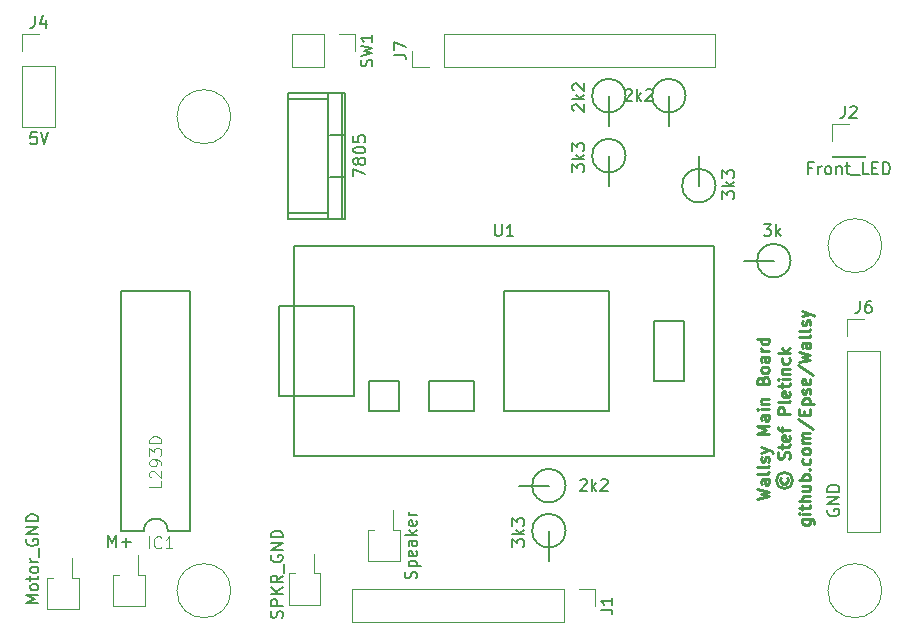
<source format=gbr>
G04 #@! TF.FileFunction,Legend,Top*
%FSLAX46Y46*%
G04 Gerber Fmt 4.6, Leading zero omitted, Abs format (unit mm)*
G04 Created by KiCad (PCBNEW 4.0.6) date Wed Sep 27 08:45:41 2017*
%MOMM*%
%LPD*%
G01*
G04 APERTURE LIST*
%ADD10C,0.100000*%
%ADD11C,0.250000*%
%ADD12C,0.152400*%
%ADD13C,0.120000*%
%ADD14C,0.150000*%
%ADD15C,0.050000*%
G04 APERTURE END LIST*
D10*
D11*
X148451381Y-139548334D02*
X149451381Y-139310239D01*
X148737095Y-139119762D01*
X149451381Y-138929286D01*
X148451381Y-138691191D01*
X149451381Y-137881667D02*
X148927571Y-137881667D01*
X148832333Y-137929286D01*
X148784714Y-138024524D01*
X148784714Y-138215001D01*
X148832333Y-138310239D01*
X149403762Y-137881667D02*
X149451381Y-137976905D01*
X149451381Y-138215001D01*
X149403762Y-138310239D01*
X149308524Y-138357858D01*
X149213286Y-138357858D01*
X149118048Y-138310239D01*
X149070429Y-138215001D01*
X149070429Y-137976905D01*
X149022810Y-137881667D01*
X149451381Y-137262620D02*
X149403762Y-137357858D01*
X149308524Y-137405477D01*
X148451381Y-137405477D01*
X149451381Y-136738810D02*
X149403762Y-136834048D01*
X149308524Y-136881667D01*
X148451381Y-136881667D01*
X149403762Y-136405476D02*
X149451381Y-136310238D01*
X149451381Y-136119762D01*
X149403762Y-136024523D01*
X149308524Y-135976904D01*
X149260905Y-135976904D01*
X149165667Y-136024523D01*
X149118048Y-136119762D01*
X149118048Y-136262619D01*
X149070429Y-136357857D01*
X148975190Y-136405476D01*
X148927571Y-136405476D01*
X148832333Y-136357857D01*
X148784714Y-136262619D01*
X148784714Y-136119762D01*
X148832333Y-136024523D01*
X148784714Y-135643571D02*
X149451381Y-135405476D01*
X148784714Y-135167380D02*
X149451381Y-135405476D01*
X149689476Y-135500714D01*
X149737095Y-135548333D01*
X149784714Y-135643571D01*
X149451381Y-134024523D02*
X148451381Y-134024523D01*
X149165667Y-133691189D01*
X148451381Y-133357856D01*
X149451381Y-133357856D01*
X149451381Y-132453094D02*
X148927571Y-132453094D01*
X148832333Y-132500713D01*
X148784714Y-132595951D01*
X148784714Y-132786428D01*
X148832333Y-132881666D01*
X149403762Y-132453094D02*
X149451381Y-132548332D01*
X149451381Y-132786428D01*
X149403762Y-132881666D01*
X149308524Y-132929285D01*
X149213286Y-132929285D01*
X149118048Y-132881666D01*
X149070429Y-132786428D01*
X149070429Y-132548332D01*
X149022810Y-132453094D01*
X149451381Y-131976904D02*
X148784714Y-131976904D01*
X148451381Y-131976904D02*
X148499000Y-132024523D01*
X148546619Y-131976904D01*
X148499000Y-131929285D01*
X148451381Y-131976904D01*
X148546619Y-131976904D01*
X148784714Y-131500714D02*
X149451381Y-131500714D01*
X148879952Y-131500714D02*
X148832333Y-131453095D01*
X148784714Y-131357857D01*
X148784714Y-131214999D01*
X148832333Y-131119761D01*
X148927571Y-131072142D01*
X149451381Y-131072142D01*
X148927571Y-129500713D02*
X148975190Y-129357856D01*
X149022810Y-129310237D01*
X149118048Y-129262618D01*
X149260905Y-129262618D01*
X149356143Y-129310237D01*
X149403762Y-129357856D01*
X149451381Y-129453094D01*
X149451381Y-129834047D01*
X148451381Y-129834047D01*
X148451381Y-129500713D01*
X148499000Y-129405475D01*
X148546619Y-129357856D01*
X148641857Y-129310237D01*
X148737095Y-129310237D01*
X148832333Y-129357856D01*
X148879952Y-129405475D01*
X148927571Y-129500713D01*
X148927571Y-129834047D01*
X149451381Y-128691190D02*
X149403762Y-128786428D01*
X149356143Y-128834047D01*
X149260905Y-128881666D01*
X148975190Y-128881666D01*
X148879952Y-128834047D01*
X148832333Y-128786428D01*
X148784714Y-128691190D01*
X148784714Y-128548332D01*
X148832333Y-128453094D01*
X148879952Y-128405475D01*
X148975190Y-128357856D01*
X149260905Y-128357856D01*
X149356143Y-128405475D01*
X149403762Y-128453094D01*
X149451381Y-128548332D01*
X149451381Y-128691190D01*
X149451381Y-127500713D02*
X148927571Y-127500713D01*
X148832333Y-127548332D01*
X148784714Y-127643570D01*
X148784714Y-127834047D01*
X148832333Y-127929285D01*
X149403762Y-127500713D02*
X149451381Y-127595951D01*
X149451381Y-127834047D01*
X149403762Y-127929285D01*
X149308524Y-127976904D01*
X149213286Y-127976904D01*
X149118048Y-127929285D01*
X149070429Y-127834047D01*
X149070429Y-127595951D01*
X149022810Y-127500713D01*
X149451381Y-127024523D02*
X148784714Y-127024523D01*
X148975190Y-127024523D02*
X148879952Y-126976904D01*
X148832333Y-126929285D01*
X148784714Y-126834047D01*
X148784714Y-126738808D01*
X149451381Y-125976903D02*
X148451381Y-125976903D01*
X149403762Y-125976903D02*
X149451381Y-126072141D01*
X149451381Y-126262618D01*
X149403762Y-126357856D01*
X149356143Y-126405475D01*
X149260905Y-126453094D01*
X148975190Y-126453094D01*
X148879952Y-126405475D01*
X148832333Y-126357856D01*
X148784714Y-126262618D01*
X148784714Y-126072141D01*
X148832333Y-125976903D01*
X150439476Y-137762620D02*
X150391857Y-137857858D01*
X150391857Y-138048334D01*
X150439476Y-138143572D01*
X150534714Y-138238810D01*
X150629952Y-138286429D01*
X150820429Y-138286429D01*
X150915667Y-138238810D01*
X151010905Y-138143572D01*
X151058524Y-138048334D01*
X151058524Y-137857858D01*
X151010905Y-137762620D01*
X150058524Y-137953096D02*
X150106143Y-138191191D01*
X150249000Y-138429287D01*
X150487095Y-138572144D01*
X150725190Y-138619763D01*
X150963286Y-138572144D01*
X151201381Y-138429287D01*
X151344238Y-138191191D01*
X151391857Y-137953096D01*
X151344238Y-137715001D01*
X151201381Y-137476906D01*
X150963286Y-137334049D01*
X150725190Y-137286429D01*
X150487095Y-137334049D01*
X150249000Y-137476906D01*
X150106143Y-137715001D01*
X150058524Y-137953096D01*
X151153762Y-136143572D02*
X151201381Y-136000715D01*
X151201381Y-135762619D01*
X151153762Y-135667381D01*
X151106143Y-135619762D01*
X151010905Y-135572143D01*
X150915667Y-135572143D01*
X150820429Y-135619762D01*
X150772810Y-135667381D01*
X150725190Y-135762619D01*
X150677571Y-135953096D01*
X150629952Y-136048334D01*
X150582333Y-136095953D01*
X150487095Y-136143572D01*
X150391857Y-136143572D01*
X150296619Y-136095953D01*
X150249000Y-136048334D01*
X150201381Y-135953096D01*
X150201381Y-135715000D01*
X150249000Y-135572143D01*
X150534714Y-135286429D02*
X150534714Y-134905477D01*
X150201381Y-135143572D02*
X151058524Y-135143572D01*
X151153762Y-135095953D01*
X151201381Y-135000715D01*
X151201381Y-134905477D01*
X151153762Y-134191190D02*
X151201381Y-134286428D01*
X151201381Y-134476905D01*
X151153762Y-134572143D01*
X151058524Y-134619762D01*
X150677571Y-134619762D01*
X150582333Y-134572143D01*
X150534714Y-134476905D01*
X150534714Y-134286428D01*
X150582333Y-134191190D01*
X150677571Y-134143571D01*
X150772810Y-134143571D01*
X150868048Y-134619762D01*
X150534714Y-133857857D02*
X150534714Y-133476905D01*
X151201381Y-133715000D02*
X150344238Y-133715000D01*
X150249000Y-133667381D01*
X150201381Y-133572143D01*
X150201381Y-133476905D01*
X151201381Y-132381666D02*
X150201381Y-132381666D01*
X150201381Y-132000713D01*
X150249000Y-131905475D01*
X150296619Y-131857856D01*
X150391857Y-131810237D01*
X150534714Y-131810237D01*
X150629952Y-131857856D01*
X150677571Y-131905475D01*
X150725190Y-132000713D01*
X150725190Y-132381666D01*
X151201381Y-131238809D02*
X151153762Y-131334047D01*
X151058524Y-131381666D01*
X150201381Y-131381666D01*
X151153762Y-130476903D02*
X151201381Y-130572141D01*
X151201381Y-130762618D01*
X151153762Y-130857856D01*
X151058524Y-130905475D01*
X150677571Y-130905475D01*
X150582333Y-130857856D01*
X150534714Y-130762618D01*
X150534714Y-130572141D01*
X150582333Y-130476903D01*
X150677571Y-130429284D01*
X150772810Y-130429284D01*
X150868048Y-130905475D01*
X150534714Y-130143570D02*
X150534714Y-129762618D01*
X150201381Y-130000713D02*
X151058524Y-130000713D01*
X151153762Y-129953094D01*
X151201381Y-129857856D01*
X151201381Y-129762618D01*
X151201381Y-129429284D02*
X150534714Y-129429284D01*
X150201381Y-129429284D02*
X150249000Y-129476903D01*
X150296619Y-129429284D01*
X150249000Y-129381665D01*
X150201381Y-129429284D01*
X150296619Y-129429284D01*
X150534714Y-128953094D02*
X151201381Y-128953094D01*
X150629952Y-128953094D02*
X150582333Y-128905475D01*
X150534714Y-128810237D01*
X150534714Y-128667379D01*
X150582333Y-128572141D01*
X150677571Y-128524522D01*
X151201381Y-128524522D01*
X151153762Y-127619760D02*
X151201381Y-127714998D01*
X151201381Y-127905475D01*
X151153762Y-128000713D01*
X151106143Y-128048332D01*
X151010905Y-128095951D01*
X150725190Y-128095951D01*
X150629952Y-128048332D01*
X150582333Y-128000713D01*
X150534714Y-127905475D01*
X150534714Y-127714998D01*
X150582333Y-127619760D01*
X151201381Y-127191189D02*
X150201381Y-127191189D01*
X150820429Y-127095951D02*
X151201381Y-126810236D01*
X150534714Y-126810236D02*
X150915667Y-127191189D01*
X152284714Y-141286429D02*
X153094238Y-141286429D01*
X153189476Y-141334048D01*
X153237095Y-141381667D01*
X153284714Y-141476906D01*
X153284714Y-141619763D01*
X153237095Y-141715001D01*
X152903762Y-141286429D02*
X152951381Y-141381667D01*
X152951381Y-141572144D01*
X152903762Y-141667382D01*
X152856143Y-141715001D01*
X152760905Y-141762620D01*
X152475190Y-141762620D01*
X152379952Y-141715001D01*
X152332333Y-141667382D01*
X152284714Y-141572144D01*
X152284714Y-141381667D01*
X152332333Y-141286429D01*
X152951381Y-140810239D02*
X152284714Y-140810239D01*
X151951381Y-140810239D02*
X151999000Y-140857858D01*
X152046619Y-140810239D01*
X151999000Y-140762620D01*
X151951381Y-140810239D01*
X152046619Y-140810239D01*
X152284714Y-140476906D02*
X152284714Y-140095954D01*
X151951381Y-140334049D02*
X152808524Y-140334049D01*
X152903762Y-140286430D01*
X152951381Y-140191192D01*
X152951381Y-140095954D01*
X152951381Y-139762620D02*
X151951381Y-139762620D01*
X152951381Y-139334048D02*
X152427571Y-139334048D01*
X152332333Y-139381667D01*
X152284714Y-139476905D01*
X152284714Y-139619763D01*
X152332333Y-139715001D01*
X152379952Y-139762620D01*
X152284714Y-138429286D02*
X152951381Y-138429286D01*
X152284714Y-138857858D02*
X152808524Y-138857858D01*
X152903762Y-138810239D01*
X152951381Y-138715001D01*
X152951381Y-138572143D01*
X152903762Y-138476905D01*
X152856143Y-138429286D01*
X152951381Y-137953096D02*
X151951381Y-137953096D01*
X152332333Y-137953096D02*
X152284714Y-137857858D01*
X152284714Y-137667381D01*
X152332333Y-137572143D01*
X152379952Y-137524524D01*
X152475190Y-137476905D01*
X152760905Y-137476905D01*
X152856143Y-137524524D01*
X152903762Y-137572143D01*
X152951381Y-137667381D01*
X152951381Y-137857858D01*
X152903762Y-137953096D01*
X152856143Y-137048334D02*
X152903762Y-137000715D01*
X152951381Y-137048334D01*
X152903762Y-137095953D01*
X152856143Y-137048334D01*
X152951381Y-137048334D01*
X152903762Y-136143572D02*
X152951381Y-136238810D01*
X152951381Y-136429287D01*
X152903762Y-136524525D01*
X152856143Y-136572144D01*
X152760905Y-136619763D01*
X152475190Y-136619763D01*
X152379952Y-136572144D01*
X152332333Y-136524525D01*
X152284714Y-136429287D01*
X152284714Y-136238810D01*
X152332333Y-136143572D01*
X152951381Y-135572144D02*
X152903762Y-135667382D01*
X152856143Y-135715001D01*
X152760905Y-135762620D01*
X152475190Y-135762620D01*
X152379952Y-135715001D01*
X152332333Y-135667382D01*
X152284714Y-135572144D01*
X152284714Y-135429286D01*
X152332333Y-135334048D01*
X152379952Y-135286429D01*
X152475190Y-135238810D01*
X152760905Y-135238810D01*
X152856143Y-135286429D01*
X152903762Y-135334048D01*
X152951381Y-135429286D01*
X152951381Y-135572144D01*
X152951381Y-134810239D02*
X152284714Y-134810239D01*
X152379952Y-134810239D02*
X152332333Y-134762620D01*
X152284714Y-134667382D01*
X152284714Y-134524524D01*
X152332333Y-134429286D01*
X152427571Y-134381667D01*
X152951381Y-134381667D01*
X152427571Y-134381667D02*
X152332333Y-134334048D01*
X152284714Y-134238810D01*
X152284714Y-134095953D01*
X152332333Y-134000715D01*
X152427571Y-133953096D01*
X152951381Y-133953096D01*
X151903762Y-132762620D02*
X153189476Y-133619763D01*
X152427571Y-132429287D02*
X152427571Y-132095953D01*
X152951381Y-131953096D02*
X152951381Y-132429287D01*
X151951381Y-132429287D01*
X151951381Y-131953096D01*
X152284714Y-131524525D02*
X153284714Y-131524525D01*
X152332333Y-131524525D02*
X152284714Y-131429287D01*
X152284714Y-131238810D01*
X152332333Y-131143572D01*
X152379952Y-131095953D01*
X152475190Y-131048334D01*
X152760905Y-131048334D01*
X152856143Y-131095953D01*
X152903762Y-131143572D01*
X152951381Y-131238810D01*
X152951381Y-131429287D01*
X152903762Y-131524525D01*
X152903762Y-130667382D02*
X152951381Y-130572144D01*
X152951381Y-130381668D01*
X152903762Y-130286429D01*
X152808524Y-130238810D01*
X152760905Y-130238810D01*
X152665667Y-130286429D01*
X152618048Y-130381668D01*
X152618048Y-130524525D01*
X152570429Y-130619763D01*
X152475190Y-130667382D01*
X152427571Y-130667382D01*
X152332333Y-130619763D01*
X152284714Y-130524525D01*
X152284714Y-130381668D01*
X152332333Y-130286429D01*
X152903762Y-129429286D02*
X152951381Y-129524524D01*
X152951381Y-129715001D01*
X152903762Y-129810239D01*
X152808524Y-129857858D01*
X152427571Y-129857858D01*
X152332333Y-129810239D01*
X152284714Y-129715001D01*
X152284714Y-129524524D01*
X152332333Y-129429286D01*
X152427571Y-129381667D01*
X152522810Y-129381667D01*
X152618048Y-129857858D01*
X151903762Y-128238810D02*
X153189476Y-129095953D01*
X151951381Y-128000715D02*
X152951381Y-127762620D01*
X152237095Y-127572143D01*
X152951381Y-127381667D01*
X151951381Y-127143572D01*
X152951381Y-126334048D02*
X152427571Y-126334048D01*
X152332333Y-126381667D01*
X152284714Y-126476905D01*
X152284714Y-126667382D01*
X152332333Y-126762620D01*
X152903762Y-126334048D02*
X152951381Y-126429286D01*
X152951381Y-126667382D01*
X152903762Y-126762620D01*
X152808524Y-126810239D01*
X152713286Y-126810239D01*
X152618048Y-126762620D01*
X152570429Y-126667382D01*
X152570429Y-126429286D01*
X152522810Y-126334048D01*
X152951381Y-125715001D02*
X152903762Y-125810239D01*
X152808524Y-125857858D01*
X151951381Y-125857858D01*
X152951381Y-125191191D02*
X152903762Y-125286429D01*
X152808524Y-125334048D01*
X151951381Y-125334048D01*
X152903762Y-124857857D02*
X152951381Y-124762619D01*
X152951381Y-124572143D01*
X152903762Y-124476904D01*
X152808524Y-124429285D01*
X152760905Y-124429285D01*
X152665667Y-124476904D01*
X152618048Y-124572143D01*
X152618048Y-124715000D01*
X152570429Y-124810238D01*
X152475190Y-124857857D01*
X152427571Y-124857857D01*
X152332333Y-124810238D01*
X152284714Y-124715000D01*
X152284714Y-124572143D01*
X152332333Y-124476904D01*
X152284714Y-124095952D02*
X152951381Y-123857857D01*
X152284714Y-123619761D02*
X152951381Y-123857857D01*
X153189476Y-123953095D01*
X153237095Y-124000714D01*
X153284714Y-124095952D01*
D12*
X94615000Y-121920000D02*
X94615000Y-142240000D01*
X100457000Y-142240000D02*
X100457000Y-121920000D01*
X94615000Y-121920000D02*
X100457000Y-121920000D01*
X94615000Y-142240000D02*
X96520000Y-142240000D01*
X100457000Y-142240000D02*
X98552000Y-142240000D01*
X96520000Y-142240000D02*
G75*
G02X98552000Y-142240000I1016000J0D01*
G01*
D13*
X132080000Y-147200000D02*
X114180000Y-147200000D01*
X114180000Y-147200000D02*
X114180000Y-149980000D01*
X114180000Y-149980000D02*
X132080000Y-149980000D01*
X132080000Y-149980000D02*
X132080000Y-147200000D01*
X133350000Y-147200000D02*
X134740000Y-147200000D01*
X134740000Y-147200000D02*
X134740000Y-148590000D01*
X154820000Y-110490000D02*
X154820000Y-110610000D01*
X154820000Y-110610000D02*
X157600000Y-110610000D01*
X157600000Y-110610000D02*
X157600000Y-110490000D01*
X157600000Y-110490000D02*
X154820000Y-110490000D01*
X154820000Y-109220000D02*
X154820000Y-107830000D01*
X154820000Y-107830000D02*
X156210000Y-107830000D01*
X96050000Y-145990000D02*
X96580000Y-145990000D01*
X96580000Y-145990000D02*
X96580000Y-148650000D01*
X96580000Y-148650000D02*
X96050000Y-148650000D01*
X94450000Y-145990000D02*
X93920000Y-145990000D01*
X93920000Y-145990000D02*
X93920000Y-148650000D01*
X93920000Y-148650000D02*
X94450000Y-148650000D01*
X96580000Y-148650000D02*
X93920000Y-148650000D01*
X96050000Y-145990000D02*
X96050000Y-144320000D01*
X86240000Y-102870000D02*
X86240000Y-108070000D01*
X86240000Y-108070000D02*
X89020000Y-108070000D01*
X89020000Y-108070000D02*
X89020000Y-102870000D01*
X89020000Y-102870000D02*
X86240000Y-102870000D01*
X86240000Y-101600000D02*
X86240000Y-100210000D01*
X86240000Y-100210000D02*
X87630000Y-100210000D01*
X117640000Y-142180000D02*
X118170000Y-142180000D01*
X118170000Y-142180000D02*
X118170000Y-144840000D01*
X118170000Y-144840000D02*
X117640000Y-144840000D01*
X116040000Y-142180000D02*
X115510000Y-142180000D01*
X115510000Y-142180000D02*
X115510000Y-144840000D01*
X115510000Y-144840000D02*
X116040000Y-144840000D01*
X118170000Y-144840000D02*
X115510000Y-144840000D01*
X117640000Y-142180000D02*
X117640000Y-140510000D01*
X156090000Y-127000000D02*
X156090000Y-142360000D01*
X156090000Y-142360000D02*
X158870000Y-142360000D01*
X158870000Y-142360000D02*
X158870000Y-127000000D01*
X158870000Y-127000000D02*
X156090000Y-127000000D01*
X156090000Y-125730000D02*
X156090000Y-124340000D01*
X156090000Y-124340000D02*
X157480000Y-124340000D01*
X121920000Y-102990000D02*
X144900000Y-102990000D01*
X144900000Y-102990000D02*
X144900000Y-100210000D01*
X144900000Y-100210000D02*
X121920000Y-100210000D01*
X121920000Y-100210000D02*
X121920000Y-102990000D01*
X120650000Y-102990000D02*
X119260000Y-102990000D01*
X119260000Y-102990000D02*
X119260000Y-101600000D01*
D14*
X149860000Y-119380000D02*
X147320000Y-119380000D01*
X151279903Y-119380000D02*
G75*
G03X151279903Y-119380000I-1419903J0D01*
G01*
X135890000Y-110490000D02*
X135890000Y-113030000D01*
X137309903Y-110490000D02*
G75*
G03X137309903Y-110490000I-1419903J0D01*
G01*
X135890000Y-105410000D02*
X135890000Y-107950000D01*
X137309903Y-105410000D02*
G75*
G03X137309903Y-105410000I-1419903J0D01*
G01*
X130810000Y-138430000D02*
X128270000Y-138430000D01*
X132229903Y-138430000D02*
G75*
G03X132229903Y-138430000I-1419903J0D01*
G01*
X130810000Y-142240000D02*
X130810000Y-144780000D01*
X132229903Y-142240000D02*
G75*
G03X132229903Y-142240000I-1419903J0D01*
G01*
X143510000Y-113030000D02*
X143510000Y-110490000D01*
X144929903Y-113030000D02*
G75*
G03X144929903Y-113030000I-1419903J0D01*
G01*
X140970000Y-105410000D02*
X140970000Y-107950000D01*
X142389903Y-105410000D02*
G75*
G03X142389903Y-105410000I-1419903J0D01*
G01*
D13*
X111760000Y-100210000D02*
X109100000Y-100210000D01*
X109100000Y-100210000D02*
X109100000Y-102990000D01*
X109100000Y-102990000D02*
X111760000Y-102990000D01*
X111760000Y-102990000D02*
X111760000Y-100210000D01*
X113030000Y-100210000D02*
X114420000Y-100210000D01*
X114420000Y-100210000D02*
X114420000Y-101600000D01*
D14*
X109220000Y-130810000D02*
X107950000Y-130810000D01*
X107950000Y-130810000D02*
X107950000Y-123190000D01*
X107950000Y-123190000D02*
X109220000Y-123190000D01*
X120650000Y-132080000D02*
X124460000Y-132080000D01*
X124460000Y-132080000D02*
X124460000Y-129540000D01*
X124460000Y-129540000D02*
X120650000Y-129540000D01*
X120650000Y-129540000D02*
X120650000Y-132080000D01*
X114300000Y-130810000D02*
X114300000Y-123190000D01*
X114300000Y-123190000D02*
X109220000Y-123190000D01*
X114300000Y-130810000D02*
X109220000Y-130810000D01*
X115570000Y-132080000D02*
X118110000Y-132080000D01*
X118110000Y-132080000D02*
X118110000Y-129540000D01*
X118110000Y-129540000D02*
X115570000Y-129540000D01*
X115570000Y-129540000D02*
X115570000Y-132080000D01*
X142240000Y-124460000D02*
X142240000Y-129540000D01*
X142240000Y-129540000D02*
X139700000Y-129540000D01*
X139700000Y-129540000D02*
X139700000Y-124460000D01*
X139700000Y-124460000D02*
X142240000Y-124460000D01*
X135890000Y-132080000D02*
X135890000Y-121920000D01*
X127000000Y-121920000D02*
X127000000Y-132080000D01*
X135890000Y-121920000D02*
X127000000Y-121920000D01*
X135890000Y-132080000D02*
X127000000Y-132080000D01*
X109220000Y-118110000D02*
X144780000Y-118110000D01*
X144780000Y-118110000D02*
X144780000Y-135890000D01*
X144780000Y-135890000D02*
X109220000Y-135890000D01*
X109220000Y-135890000D02*
X109220000Y-118110000D01*
X112141000Y-115316000D02*
X108712000Y-115316000D01*
X112141000Y-105664000D02*
X108712000Y-105664000D01*
X113284000Y-115824000D02*
X113284000Y-105156000D01*
X112268000Y-112268000D02*
X113538000Y-112268000D01*
X112268000Y-108712000D02*
X113538000Y-108712000D01*
X112141000Y-105156000D02*
X112141000Y-115824000D01*
X108712000Y-115824000D02*
X108712000Y-105156000D01*
X113538000Y-105156000D02*
X108712000Y-105156000D01*
X113538000Y-115824000D02*
X108712000Y-115824000D01*
X113538000Y-115824000D02*
X113538000Y-105156000D01*
D13*
X103886000Y-147320000D02*
G75*
G03X103886000Y-147320000I-2286000J0D01*
G01*
X103886000Y-107188000D02*
G75*
G03X103886000Y-107188000I-2286000J0D01*
G01*
X159004000Y-147320000D02*
G75*
G03X159004000Y-147320000I-2286000J0D01*
G01*
X159004000Y-118110000D02*
G75*
G03X159004000Y-118110000I-2286000J0D01*
G01*
X90462000Y-146244000D02*
X90992000Y-146244000D01*
X90992000Y-146244000D02*
X90992000Y-148904000D01*
X90992000Y-148904000D02*
X90462000Y-148904000D01*
X88862000Y-146244000D02*
X88332000Y-146244000D01*
X88332000Y-146244000D02*
X88332000Y-148904000D01*
X88332000Y-148904000D02*
X88862000Y-148904000D01*
X90992000Y-148904000D02*
X88332000Y-148904000D01*
X90462000Y-146244000D02*
X90462000Y-144574000D01*
X110909000Y-145863000D02*
X111439000Y-145863000D01*
X111439000Y-145863000D02*
X111439000Y-148523000D01*
X111439000Y-148523000D02*
X110909000Y-148523000D01*
X109309000Y-145863000D02*
X108779000Y-145863000D01*
X108779000Y-145863000D02*
X108779000Y-148523000D01*
X108779000Y-148523000D02*
X109309000Y-148523000D01*
X111439000Y-148523000D02*
X108779000Y-148523000D01*
X110909000Y-145863000D02*
X110909000Y-144193000D01*
D15*
X96939672Y-143730545D02*
X96939672Y-142728635D01*
X97989292Y-143635125D02*
X97941582Y-143682835D01*
X97798452Y-143730545D01*
X97703032Y-143730545D01*
X97559902Y-143682835D01*
X97464482Y-143587415D01*
X97416772Y-143491995D01*
X97369062Y-143301155D01*
X97369062Y-143158025D01*
X97416772Y-142967185D01*
X97464482Y-142871765D01*
X97559902Y-142776345D01*
X97703032Y-142728635D01*
X97798452Y-142728635D01*
X97941582Y-142776345D01*
X97989292Y-142824055D01*
X98943492Y-143730545D02*
X98370972Y-143730545D01*
X98657232Y-143730545D02*
X98657232Y-142728635D01*
X98561812Y-142871765D01*
X98466392Y-142967185D01*
X98370972Y-143014895D01*
X97988942Y-138024426D02*
X97988942Y-138501207D01*
X96987702Y-138501207D01*
X97083058Y-137738357D02*
X97035380Y-137690679D01*
X96987702Y-137595322D01*
X96987702Y-137356932D01*
X97035380Y-137261576D01*
X97083058Y-137213898D01*
X97178414Y-137166219D01*
X97273770Y-137166219D01*
X97416805Y-137213898D01*
X97988942Y-137786035D01*
X97988942Y-137166219D01*
X97988942Y-136689438D02*
X97988942Y-136498726D01*
X97941264Y-136403370D01*
X97893586Y-136355692D01*
X97750551Y-136260336D01*
X97559839Y-136212657D01*
X97178414Y-136212657D01*
X97083058Y-136260336D01*
X97035380Y-136308014D01*
X96987702Y-136403370D01*
X96987702Y-136594082D01*
X97035380Y-136689438D01*
X97083058Y-136737117D01*
X97178414Y-136784795D01*
X97416805Y-136784795D01*
X97512161Y-136737117D01*
X97559839Y-136689438D01*
X97607517Y-136594082D01*
X97607517Y-136403370D01*
X97559839Y-136308014D01*
X97512161Y-136260336D01*
X97416805Y-136212657D01*
X96987702Y-135878911D02*
X96987702Y-135259095D01*
X97369127Y-135592842D01*
X97369127Y-135449808D01*
X97416805Y-135354452D01*
X97464483Y-135306774D01*
X97559839Y-135259095D01*
X97798230Y-135259095D01*
X97893586Y-135306774D01*
X97941264Y-135354452D01*
X97988942Y-135449808D01*
X97988942Y-135735876D01*
X97941264Y-135831233D01*
X97893586Y-135878911D01*
X97988942Y-134829993D02*
X96987702Y-134829993D01*
X96987702Y-134591602D01*
X97035380Y-134448568D01*
X97130736Y-134353212D01*
X97226092Y-134305533D01*
X97416805Y-134257855D01*
X97559839Y-134257855D01*
X97750551Y-134305533D01*
X97845908Y-134353212D01*
X97941264Y-134448568D01*
X97988942Y-134591602D01*
X97988942Y-134829993D01*
D14*
X135192381Y-148923333D02*
X135906667Y-148923333D01*
X136049524Y-148970953D01*
X136144762Y-149066191D01*
X136192381Y-149209048D01*
X136192381Y-149304286D01*
X136192381Y-147923333D02*
X136192381Y-148494762D01*
X136192381Y-148209048D02*
X135192381Y-148209048D01*
X135335238Y-148304286D01*
X135430476Y-148399524D01*
X135478095Y-148494762D01*
X155876667Y-106282381D02*
X155876667Y-106996667D01*
X155829047Y-107139524D01*
X155733809Y-107234762D01*
X155590952Y-107282381D01*
X155495714Y-107282381D01*
X156305238Y-106377619D02*
X156352857Y-106330000D01*
X156448095Y-106282381D01*
X156686191Y-106282381D01*
X156781429Y-106330000D01*
X156829048Y-106377619D01*
X156876667Y-106472857D01*
X156876667Y-106568095D01*
X156829048Y-106710952D01*
X156257619Y-107282381D01*
X156876667Y-107282381D01*
X153114762Y-111538571D02*
X152781428Y-111538571D01*
X152781428Y-112062381D02*
X152781428Y-111062381D01*
X153257619Y-111062381D01*
X153638571Y-112062381D02*
X153638571Y-111395714D01*
X153638571Y-111586190D02*
X153686190Y-111490952D01*
X153733809Y-111443333D01*
X153829047Y-111395714D01*
X153924286Y-111395714D01*
X154400476Y-112062381D02*
X154305238Y-112014762D01*
X154257619Y-111967143D01*
X154210000Y-111871905D01*
X154210000Y-111586190D01*
X154257619Y-111490952D01*
X154305238Y-111443333D01*
X154400476Y-111395714D01*
X154543334Y-111395714D01*
X154638572Y-111443333D01*
X154686191Y-111490952D01*
X154733810Y-111586190D01*
X154733810Y-111871905D01*
X154686191Y-111967143D01*
X154638572Y-112014762D01*
X154543334Y-112062381D01*
X154400476Y-112062381D01*
X155162381Y-111395714D02*
X155162381Y-112062381D01*
X155162381Y-111490952D02*
X155210000Y-111443333D01*
X155305238Y-111395714D01*
X155448096Y-111395714D01*
X155543334Y-111443333D01*
X155590953Y-111538571D01*
X155590953Y-112062381D01*
X155924286Y-111395714D02*
X156305238Y-111395714D01*
X156067143Y-111062381D02*
X156067143Y-111919524D01*
X156114762Y-112014762D01*
X156210000Y-112062381D01*
X156305238Y-112062381D01*
X156400477Y-112157619D02*
X157162382Y-112157619D01*
X157876668Y-112062381D02*
X157400477Y-112062381D01*
X157400477Y-111062381D01*
X158210001Y-111538571D02*
X158543335Y-111538571D01*
X158686192Y-112062381D02*
X158210001Y-112062381D01*
X158210001Y-111062381D01*
X158686192Y-111062381D01*
X159114763Y-112062381D02*
X159114763Y-111062381D01*
X159352858Y-111062381D01*
X159495716Y-111110000D01*
X159590954Y-111205238D01*
X159638573Y-111300476D01*
X159686192Y-111490952D01*
X159686192Y-111633810D01*
X159638573Y-111824286D01*
X159590954Y-111919524D01*
X159495716Y-112014762D01*
X159352858Y-112062381D01*
X159114763Y-112062381D01*
X93484819Y-143606781D02*
X93484819Y-142606781D01*
X93818153Y-143321067D01*
X94151486Y-142606781D01*
X94151486Y-143606781D01*
X94627676Y-143225829D02*
X95389581Y-143225829D01*
X95008629Y-143606781D02*
X95008629Y-142844876D01*
X87296667Y-98662381D02*
X87296667Y-99376667D01*
X87249047Y-99519524D01*
X87153809Y-99614762D01*
X87010952Y-99662381D01*
X86915714Y-99662381D01*
X88201429Y-98995714D02*
X88201429Y-99662381D01*
X87963333Y-98614762D02*
X87725238Y-99329048D01*
X88344286Y-99329048D01*
X87439524Y-108522381D02*
X86963333Y-108522381D01*
X86915714Y-108998571D01*
X86963333Y-108950952D01*
X87058571Y-108903333D01*
X87296667Y-108903333D01*
X87391905Y-108950952D01*
X87439524Y-108998571D01*
X87487143Y-109093810D01*
X87487143Y-109331905D01*
X87439524Y-109427143D01*
X87391905Y-109474762D01*
X87296667Y-109522381D01*
X87058571Y-109522381D01*
X86963333Y-109474762D01*
X86915714Y-109427143D01*
X87772857Y-108522381D02*
X88106190Y-109522381D01*
X88439524Y-108522381D01*
X119574762Y-146271905D02*
X119622381Y-146129048D01*
X119622381Y-145890952D01*
X119574762Y-145795714D01*
X119527143Y-145748095D01*
X119431905Y-145700476D01*
X119336667Y-145700476D01*
X119241429Y-145748095D01*
X119193810Y-145795714D01*
X119146190Y-145890952D01*
X119098571Y-146081429D01*
X119050952Y-146176667D01*
X119003333Y-146224286D01*
X118908095Y-146271905D01*
X118812857Y-146271905D01*
X118717619Y-146224286D01*
X118670000Y-146176667D01*
X118622381Y-146081429D01*
X118622381Y-145843333D01*
X118670000Y-145700476D01*
X118955714Y-145271905D02*
X119955714Y-145271905D01*
X119003333Y-145271905D02*
X118955714Y-145176667D01*
X118955714Y-144986190D01*
X119003333Y-144890952D01*
X119050952Y-144843333D01*
X119146190Y-144795714D01*
X119431905Y-144795714D01*
X119527143Y-144843333D01*
X119574762Y-144890952D01*
X119622381Y-144986190D01*
X119622381Y-145176667D01*
X119574762Y-145271905D01*
X119574762Y-143986190D02*
X119622381Y-144081428D01*
X119622381Y-144271905D01*
X119574762Y-144367143D01*
X119479524Y-144414762D01*
X119098571Y-144414762D01*
X119003333Y-144367143D01*
X118955714Y-144271905D01*
X118955714Y-144081428D01*
X119003333Y-143986190D01*
X119098571Y-143938571D01*
X119193810Y-143938571D01*
X119289048Y-144414762D01*
X119622381Y-143081428D02*
X119098571Y-143081428D01*
X119003333Y-143129047D01*
X118955714Y-143224285D01*
X118955714Y-143414762D01*
X119003333Y-143510000D01*
X119574762Y-143081428D02*
X119622381Y-143176666D01*
X119622381Y-143414762D01*
X119574762Y-143510000D01*
X119479524Y-143557619D01*
X119384286Y-143557619D01*
X119289048Y-143510000D01*
X119241429Y-143414762D01*
X119241429Y-143176666D01*
X119193810Y-143081428D01*
X119622381Y-142605238D02*
X118622381Y-142605238D01*
X119241429Y-142510000D02*
X119622381Y-142224285D01*
X118955714Y-142224285D02*
X119336667Y-142605238D01*
X119574762Y-141414761D02*
X119622381Y-141509999D01*
X119622381Y-141700476D01*
X119574762Y-141795714D01*
X119479524Y-141843333D01*
X119098571Y-141843333D01*
X119003333Y-141795714D01*
X118955714Y-141700476D01*
X118955714Y-141509999D01*
X119003333Y-141414761D01*
X119098571Y-141367142D01*
X119193810Y-141367142D01*
X119289048Y-141843333D01*
X119622381Y-140938571D02*
X118955714Y-140938571D01*
X119146190Y-140938571D02*
X119050952Y-140890952D01*
X119003333Y-140843333D01*
X118955714Y-140748095D01*
X118955714Y-140652856D01*
X157146667Y-122792381D02*
X157146667Y-123506667D01*
X157099047Y-123649524D01*
X157003809Y-123744762D01*
X156860952Y-123792381D01*
X156765714Y-123792381D01*
X158051429Y-122792381D02*
X157860952Y-122792381D01*
X157765714Y-122840000D01*
X157718095Y-122887619D01*
X157622857Y-123030476D01*
X157575238Y-123220952D01*
X157575238Y-123601905D01*
X157622857Y-123697143D01*
X157670476Y-123744762D01*
X157765714Y-123792381D01*
X157956191Y-123792381D01*
X158051429Y-123744762D01*
X158099048Y-123697143D01*
X158146667Y-123601905D01*
X158146667Y-123363810D01*
X158099048Y-123268571D01*
X158051429Y-123220952D01*
X157956191Y-123173333D01*
X157765714Y-123173333D01*
X157670476Y-123220952D01*
X157622857Y-123268571D01*
X157575238Y-123363810D01*
X154440000Y-140461904D02*
X154392381Y-140557142D01*
X154392381Y-140699999D01*
X154440000Y-140842857D01*
X154535238Y-140938095D01*
X154630476Y-140985714D01*
X154820952Y-141033333D01*
X154963810Y-141033333D01*
X155154286Y-140985714D01*
X155249524Y-140938095D01*
X155344762Y-140842857D01*
X155392381Y-140699999D01*
X155392381Y-140604761D01*
X155344762Y-140461904D01*
X155297143Y-140414285D01*
X154963810Y-140414285D01*
X154963810Y-140604761D01*
X155392381Y-139985714D02*
X154392381Y-139985714D01*
X155392381Y-139414285D01*
X154392381Y-139414285D01*
X155392381Y-138938095D02*
X154392381Y-138938095D01*
X154392381Y-138700000D01*
X154440000Y-138557142D01*
X154535238Y-138461904D01*
X154630476Y-138414285D01*
X154820952Y-138366666D01*
X154963810Y-138366666D01*
X155154286Y-138414285D01*
X155249524Y-138461904D01*
X155344762Y-138557142D01*
X155392381Y-138700000D01*
X155392381Y-138938095D01*
X117712381Y-101933333D02*
X118426667Y-101933333D01*
X118569524Y-101980953D01*
X118664762Y-102076191D01*
X118712381Y-102219048D01*
X118712381Y-102314286D01*
X117712381Y-101552381D02*
X117712381Y-100885714D01*
X118712381Y-101314286D01*
X148994905Y-116292381D02*
X149613953Y-116292381D01*
X149280619Y-116673333D01*
X149423477Y-116673333D01*
X149518715Y-116720952D01*
X149566334Y-116768571D01*
X149613953Y-116863810D01*
X149613953Y-117101905D01*
X149566334Y-117197143D01*
X149518715Y-117244762D01*
X149423477Y-117292381D01*
X149137762Y-117292381D01*
X149042524Y-117244762D01*
X148994905Y-117197143D01*
X150042524Y-117292381D02*
X150042524Y-116292381D01*
X150137762Y-116911429D02*
X150423477Y-117292381D01*
X150423477Y-116625714D02*
X150042524Y-117006667D01*
X132802381Y-111831286D02*
X132802381Y-111212238D01*
X133183333Y-111545572D01*
X133183333Y-111402714D01*
X133230952Y-111307476D01*
X133278571Y-111259857D01*
X133373810Y-111212238D01*
X133611905Y-111212238D01*
X133707143Y-111259857D01*
X133754762Y-111307476D01*
X133802381Y-111402714D01*
X133802381Y-111688429D01*
X133754762Y-111783667D01*
X133707143Y-111831286D01*
X133802381Y-110783667D02*
X132802381Y-110783667D01*
X133421429Y-110688429D02*
X133802381Y-110402714D01*
X133135714Y-110402714D02*
X133516667Y-110783667D01*
X132802381Y-110069381D02*
X132802381Y-109450333D01*
X133183333Y-109783667D01*
X133183333Y-109640809D01*
X133230952Y-109545571D01*
X133278571Y-109497952D01*
X133373810Y-109450333D01*
X133611905Y-109450333D01*
X133707143Y-109497952D01*
X133754762Y-109545571D01*
X133802381Y-109640809D01*
X133802381Y-109926524D01*
X133754762Y-110021762D01*
X133707143Y-110069381D01*
X132897619Y-106703667D02*
X132850000Y-106656048D01*
X132802381Y-106560810D01*
X132802381Y-106322714D01*
X132850000Y-106227476D01*
X132897619Y-106179857D01*
X132992857Y-106132238D01*
X133088095Y-106132238D01*
X133230952Y-106179857D01*
X133802381Y-106751286D01*
X133802381Y-106132238D01*
X133802381Y-105703667D02*
X132802381Y-105703667D01*
X133421429Y-105608429D02*
X133802381Y-105322714D01*
X133135714Y-105322714D02*
X133516667Y-105703667D01*
X132897619Y-104941762D02*
X132850000Y-104894143D01*
X132802381Y-104798905D01*
X132802381Y-104560809D01*
X132850000Y-104465571D01*
X132897619Y-104417952D01*
X132992857Y-104370333D01*
X133088095Y-104370333D01*
X133230952Y-104417952D01*
X133802381Y-104989381D01*
X133802381Y-104370333D01*
X133453333Y-137977619D02*
X133500952Y-137930000D01*
X133596190Y-137882381D01*
X133834286Y-137882381D01*
X133929524Y-137930000D01*
X133977143Y-137977619D01*
X134024762Y-138072857D01*
X134024762Y-138168095D01*
X133977143Y-138310952D01*
X133405714Y-138882381D01*
X134024762Y-138882381D01*
X134453333Y-138882381D02*
X134453333Y-137882381D01*
X134548571Y-138501429D02*
X134834286Y-138882381D01*
X134834286Y-138215714D02*
X134453333Y-138596667D01*
X135215238Y-137977619D02*
X135262857Y-137930000D01*
X135358095Y-137882381D01*
X135596191Y-137882381D01*
X135691429Y-137930000D01*
X135739048Y-137977619D01*
X135786667Y-138072857D01*
X135786667Y-138168095D01*
X135739048Y-138310952D01*
X135167619Y-138882381D01*
X135786667Y-138882381D01*
X127722381Y-143581286D02*
X127722381Y-142962238D01*
X128103333Y-143295572D01*
X128103333Y-143152714D01*
X128150952Y-143057476D01*
X128198571Y-143009857D01*
X128293810Y-142962238D01*
X128531905Y-142962238D01*
X128627143Y-143009857D01*
X128674762Y-143057476D01*
X128722381Y-143152714D01*
X128722381Y-143438429D01*
X128674762Y-143533667D01*
X128627143Y-143581286D01*
X128722381Y-142533667D02*
X127722381Y-142533667D01*
X128341429Y-142438429D02*
X128722381Y-142152714D01*
X128055714Y-142152714D02*
X128436667Y-142533667D01*
X127722381Y-141819381D02*
X127722381Y-141200333D01*
X128103333Y-141533667D01*
X128103333Y-141390809D01*
X128150952Y-141295571D01*
X128198571Y-141247952D01*
X128293810Y-141200333D01*
X128531905Y-141200333D01*
X128627143Y-141247952D01*
X128674762Y-141295571D01*
X128722381Y-141390809D01*
X128722381Y-141676524D01*
X128674762Y-141771762D01*
X128627143Y-141819381D01*
X145502381Y-114117286D02*
X145502381Y-113498238D01*
X145883333Y-113831572D01*
X145883333Y-113688714D01*
X145930952Y-113593476D01*
X145978571Y-113545857D01*
X146073810Y-113498238D01*
X146311905Y-113498238D01*
X146407143Y-113545857D01*
X146454762Y-113593476D01*
X146502381Y-113688714D01*
X146502381Y-113974429D01*
X146454762Y-114069667D01*
X146407143Y-114117286D01*
X146502381Y-113069667D02*
X145502381Y-113069667D01*
X146121429Y-112974429D02*
X146502381Y-112688714D01*
X145835714Y-112688714D02*
X146216667Y-113069667D01*
X145502381Y-112355381D02*
X145502381Y-111736333D01*
X145883333Y-112069667D01*
X145883333Y-111926809D01*
X145930952Y-111831571D01*
X145978571Y-111783952D01*
X146073810Y-111736333D01*
X146311905Y-111736333D01*
X146407143Y-111783952D01*
X146454762Y-111831571D01*
X146502381Y-111926809D01*
X146502381Y-112212524D01*
X146454762Y-112307762D01*
X146407143Y-112355381D01*
X137263333Y-104957619D02*
X137310952Y-104910000D01*
X137406190Y-104862381D01*
X137644286Y-104862381D01*
X137739524Y-104910000D01*
X137787143Y-104957619D01*
X137834762Y-105052857D01*
X137834762Y-105148095D01*
X137787143Y-105290952D01*
X137215714Y-105862381D01*
X137834762Y-105862381D01*
X138263333Y-105862381D02*
X138263333Y-104862381D01*
X138358571Y-105481429D02*
X138644286Y-105862381D01*
X138644286Y-105195714D02*
X138263333Y-105576667D01*
X139025238Y-104957619D02*
X139072857Y-104910000D01*
X139168095Y-104862381D01*
X139406191Y-104862381D01*
X139501429Y-104910000D01*
X139549048Y-104957619D01*
X139596667Y-105052857D01*
X139596667Y-105148095D01*
X139549048Y-105290952D01*
X138977619Y-105862381D01*
X139596667Y-105862381D01*
X115824762Y-102933333D02*
X115872381Y-102790476D01*
X115872381Y-102552380D01*
X115824762Y-102457142D01*
X115777143Y-102409523D01*
X115681905Y-102361904D01*
X115586667Y-102361904D01*
X115491429Y-102409523D01*
X115443810Y-102457142D01*
X115396190Y-102552380D01*
X115348571Y-102742857D01*
X115300952Y-102838095D01*
X115253333Y-102885714D01*
X115158095Y-102933333D01*
X115062857Y-102933333D01*
X114967619Y-102885714D01*
X114920000Y-102838095D01*
X114872381Y-102742857D01*
X114872381Y-102504761D01*
X114920000Y-102361904D01*
X114872381Y-102028571D02*
X115872381Y-101790476D01*
X115158095Y-101599999D01*
X115872381Y-101409523D01*
X114872381Y-101171428D01*
X115872381Y-100266666D02*
X115872381Y-100838095D01*
X115872381Y-100552381D02*
X114872381Y-100552381D01*
X115015238Y-100647619D01*
X115110476Y-100742857D01*
X115158095Y-100838095D01*
X126238095Y-116292381D02*
X126238095Y-117101905D01*
X126285714Y-117197143D01*
X126333333Y-117244762D01*
X126428571Y-117292381D01*
X126619048Y-117292381D01*
X126714286Y-117244762D01*
X126761905Y-117197143D01*
X126809524Y-117101905D01*
X126809524Y-116292381D01*
X127809524Y-117292381D02*
X127238095Y-117292381D01*
X127523809Y-117292381D02*
X127523809Y-116292381D01*
X127428571Y-116435238D01*
X127333333Y-116530476D01*
X127238095Y-116578095D01*
X114260381Y-112251905D02*
X114260381Y-111585238D01*
X115260381Y-112013810D01*
X114688952Y-111061429D02*
X114641333Y-111156667D01*
X114593714Y-111204286D01*
X114498476Y-111251905D01*
X114450857Y-111251905D01*
X114355619Y-111204286D01*
X114308000Y-111156667D01*
X114260381Y-111061429D01*
X114260381Y-110870952D01*
X114308000Y-110775714D01*
X114355619Y-110728095D01*
X114450857Y-110680476D01*
X114498476Y-110680476D01*
X114593714Y-110728095D01*
X114641333Y-110775714D01*
X114688952Y-110870952D01*
X114688952Y-111061429D01*
X114736571Y-111156667D01*
X114784190Y-111204286D01*
X114879429Y-111251905D01*
X115069905Y-111251905D01*
X115165143Y-111204286D01*
X115212762Y-111156667D01*
X115260381Y-111061429D01*
X115260381Y-110870952D01*
X115212762Y-110775714D01*
X115165143Y-110728095D01*
X115069905Y-110680476D01*
X114879429Y-110680476D01*
X114784190Y-110728095D01*
X114736571Y-110775714D01*
X114688952Y-110870952D01*
X114260381Y-110061429D02*
X114260381Y-109966190D01*
X114308000Y-109870952D01*
X114355619Y-109823333D01*
X114450857Y-109775714D01*
X114641333Y-109728095D01*
X114879429Y-109728095D01*
X115069905Y-109775714D01*
X115165143Y-109823333D01*
X115212762Y-109870952D01*
X115260381Y-109966190D01*
X115260381Y-110061429D01*
X115212762Y-110156667D01*
X115165143Y-110204286D01*
X115069905Y-110251905D01*
X114879429Y-110299524D01*
X114641333Y-110299524D01*
X114450857Y-110251905D01*
X114355619Y-110204286D01*
X114308000Y-110156667D01*
X114260381Y-110061429D01*
X114260381Y-108823333D02*
X114260381Y-109299524D01*
X114736571Y-109347143D01*
X114688952Y-109299524D01*
X114641333Y-109204286D01*
X114641333Y-108966190D01*
X114688952Y-108870952D01*
X114736571Y-108823333D01*
X114831810Y-108775714D01*
X115069905Y-108775714D01*
X115165143Y-108823333D01*
X115212762Y-108870952D01*
X115260381Y-108966190D01*
X115260381Y-109204286D01*
X115212762Y-109299524D01*
X115165143Y-109347143D01*
X87574381Y-148391096D02*
X86574381Y-148391096D01*
X87288667Y-148057762D01*
X86574381Y-147724429D01*
X87574381Y-147724429D01*
X87574381Y-147105382D02*
X87526762Y-147200620D01*
X87479143Y-147248239D01*
X87383905Y-147295858D01*
X87098190Y-147295858D01*
X87002952Y-147248239D01*
X86955333Y-147200620D01*
X86907714Y-147105382D01*
X86907714Y-146962524D01*
X86955333Y-146867286D01*
X87002952Y-146819667D01*
X87098190Y-146772048D01*
X87383905Y-146772048D01*
X87479143Y-146819667D01*
X87526762Y-146867286D01*
X87574381Y-146962524D01*
X87574381Y-147105382D01*
X86907714Y-146486334D02*
X86907714Y-146105382D01*
X86574381Y-146343477D02*
X87431524Y-146343477D01*
X87526762Y-146295858D01*
X87574381Y-146200620D01*
X87574381Y-146105382D01*
X87574381Y-145629191D02*
X87526762Y-145724429D01*
X87479143Y-145772048D01*
X87383905Y-145819667D01*
X87098190Y-145819667D01*
X87002952Y-145772048D01*
X86955333Y-145724429D01*
X86907714Y-145629191D01*
X86907714Y-145486333D01*
X86955333Y-145391095D01*
X87002952Y-145343476D01*
X87098190Y-145295857D01*
X87383905Y-145295857D01*
X87479143Y-145343476D01*
X87526762Y-145391095D01*
X87574381Y-145486333D01*
X87574381Y-145629191D01*
X87574381Y-144867286D02*
X86907714Y-144867286D01*
X87098190Y-144867286D02*
X87002952Y-144819667D01*
X86955333Y-144772048D01*
X86907714Y-144676810D01*
X86907714Y-144581571D01*
X87669619Y-144486333D02*
X87669619Y-143724428D01*
X86622000Y-142962523D02*
X86574381Y-143057761D01*
X86574381Y-143200618D01*
X86622000Y-143343476D01*
X86717238Y-143438714D01*
X86812476Y-143486333D01*
X87002952Y-143533952D01*
X87145810Y-143533952D01*
X87336286Y-143486333D01*
X87431524Y-143438714D01*
X87526762Y-143343476D01*
X87574381Y-143200618D01*
X87574381Y-143105380D01*
X87526762Y-142962523D01*
X87479143Y-142914904D01*
X87145810Y-142914904D01*
X87145810Y-143105380D01*
X87574381Y-142486333D02*
X86574381Y-142486333D01*
X87574381Y-141914904D01*
X86574381Y-141914904D01*
X87574381Y-141438714D02*
X86574381Y-141438714D01*
X86574381Y-141200619D01*
X86622000Y-141057761D01*
X86717238Y-140962523D01*
X86812476Y-140914904D01*
X87002952Y-140867285D01*
X87145810Y-140867285D01*
X87336286Y-140914904D01*
X87431524Y-140962523D01*
X87526762Y-141057761D01*
X87574381Y-141200619D01*
X87574381Y-141438714D01*
X108227762Y-149613476D02*
X108275381Y-149470619D01*
X108275381Y-149232523D01*
X108227762Y-149137285D01*
X108180143Y-149089666D01*
X108084905Y-149042047D01*
X107989667Y-149042047D01*
X107894429Y-149089666D01*
X107846810Y-149137285D01*
X107799190Y-149232523D01*
X107751571Y-149423000D01*
X107703952Y-149518238D01*
X107656333Y-149565857D01*
X107561095Y-149613476D01*
X107465857Y-149613476D01*
X107370619Y-149565857D01*
X107323000Y-149518238D01*
X107275381Y-149423000D01*
X107275381Y-149184904D01*
X107323000Y-149042047D01*
X108275381Y-148613476D02*
X107275381Y-148613476D01*
X107275381Y-148232523D01*
X107323000Y-148137285D01*
X107370619Y-148089666D01*
X107465857Y-148042047D01*
X107608714Y-148042047D01*
X107703952Y-148089666D01*
X107751571Y-148137285D01*
X107799190Y-148232523D01*
X107799190Y-148613476D01*
X108275381Y-147613476D02*
X107275381Y-147613476D01*
X108275381Y-147042047D02*
X107703952Y-147470619D01*
X107275381Y-147042047D02*
X107846810Y-147613476D01*
X108275381Y-146042047D02*
X107799190Y-146375381D01*
X108275381Y-146613476D02*
X107275381Y-146613476D01*
X107275381Y-146232523D01*
X107323000Y-146137285D01*
X107370619Y-146089666D01*
X107465857Y-146042047D01*
X107608714Y-146042047D01*
X107703952Y-146089666D01*
X107751571Y-146137285D01*
X107799190Y-146232523D01*
X107799190Y-146613476D01*
X108370619Y-145851571D02*
X108370619Y-145089666D01*
X107323000Y-144327761D02*
X107275381Y-144422999D01*
X107275381Y-144565856D01*
X107323000Y-144708714D01*
X107418238Y-144803952D01*
X107513476Y-144851571D01*
X107703952Y-144899190D01*
X107846810Y-144899190D01*
X108037286Y-144851571D01*
X108132524Y-144803952D01*
X108227762Y-144708714D01*
X108275381Y-144565856D01*
X108275381Y-144470618D01*
X108227762Y-144327761D01*
X108180143Y-144280142D01*
X107846810Y-144280142D01*
X107846810Y-144470618D01*
X108275381Y-143851571D02*
X107275381Y-143851571D01*
X108275381Y-143280142D01*
X107275381Y-143280142D01*
X108275381Y-142803952D02*
X107275381Y-142803952D01*
X107275381Y-142565857D01*
X107323000Y-142422999D01*
X107418238Y-142327761D01*
X107513476Y-142280142D01*
X107703952Y-142232523D01*
X107846810Y-142232523D01*
X108037286Y-142280142D01*
X108132524Y-142327761D01*
X108227762Y-142422999D01*
X108275381Y-142565857D01*
X108275381Y-142803952D01*
M02*

</source>
